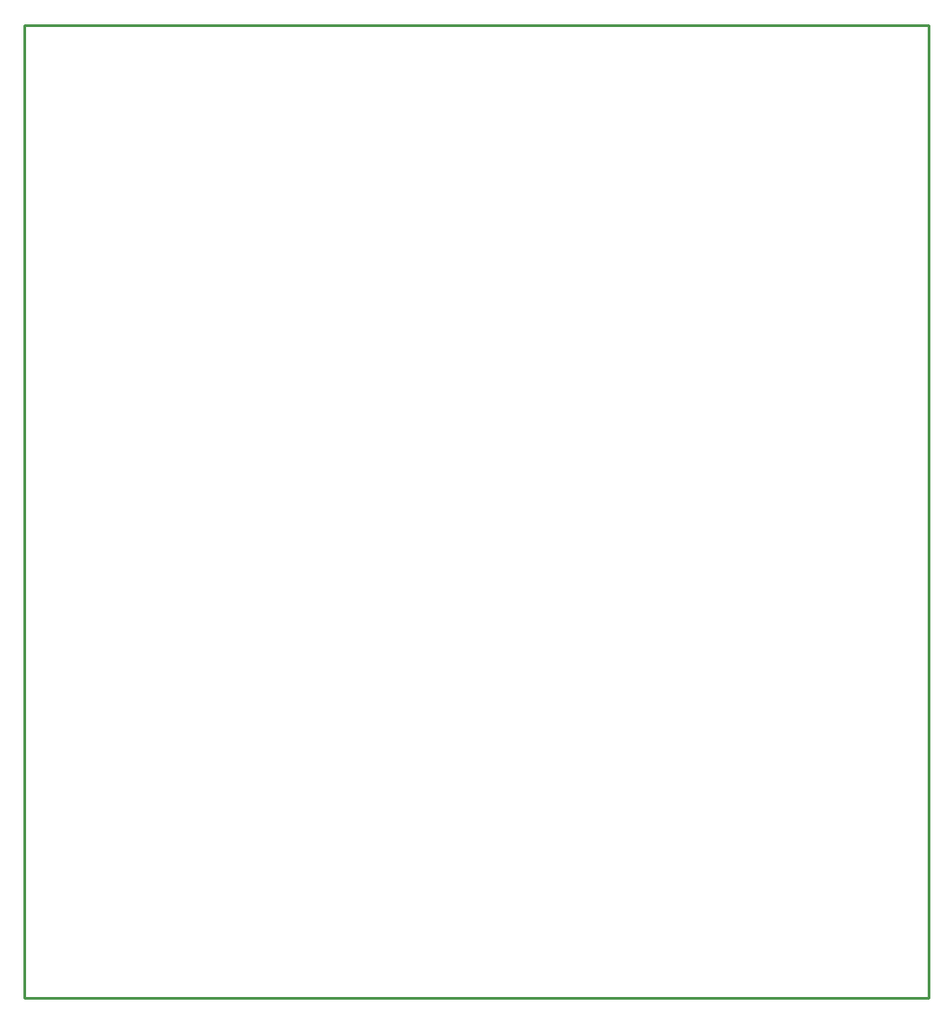
<source format=gko>
G04 Layer: BoardOutlineLayer*
G04 EasyEDA v6.5.5, 2022-06-01 22:09:19*
G04 f343101900314467833159393b3af33e,c96cdaf6a0e44fa3bb1e134f2b5c86cb,10*
G04 Gerber Generator version 0.2*
G04 Scale: 100 percent, Rotated: No, Reflected: No *
G04 Dimensions in millimeters *
G04 leading zeros omitted , absolute positions ,4 integer and 5 decimal *
%FSLAX45Y45*%
%MOMM*%

%ADD10C,0.2540*%
D10*
X0Y0D02*
G01*
X8509000Y0D01*
X8509000Y0D02*
G01*
X8509000Y-9144000D01*
X0Y-9144000D01*
X0Y-9144000D02*
G01*
X0Y0D01*

%LPD*%
M02*

</source>
